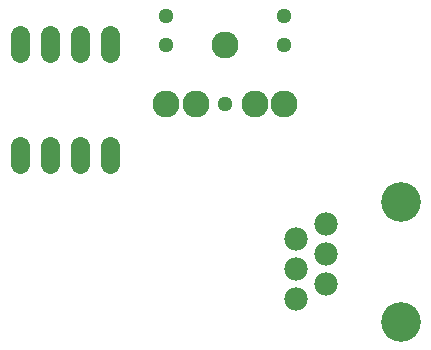
<source format=gbs>
G75*
G70*
%OFA0B0*%
%FSLAX24Y24*%
%IPPOS*%
%LPD*%
%AMOC8*
5,1,8,0,0,1.08239X$1,22.5*
%
%ADD10C,0.0640*%
%ADD11C,0.0900*%
%ADD12C,0.0512*%
%ADD13C,0.0780*%
%ADD14C,0.1320*%
D10*
X001334Y006435D02*
X001334Y007035D01*
X002334Y007035D02*
X002334Y006435D01*
X003334Y006435D02*
X003334Y007035D01*
X004334Y007035D02*
X004334Y006435D01*
X004334Y010116D02*
X004334Y010716D01*
X003334Y010716D02*
X003334Y010116D01*
X002334Y010116D02*
X002334Y010716D01*
X001334Y010716D02*
X001334Y010116D01*
D11*
X006211Y008411D03*
X007196Y008411D03*
X009164Y008411D03*
X010149Y008411D03*
X008180Y010380D03*
D12*
X010149Y010380D03*
X010149Y011364D03*
X008180Y008411D03*
X006211Y010380D03*
X006211Y011364D03*
D13*
X011550Y004414D03*
X010550Y003914D03*
X011550Y003414D03*
X010550Y002914D03*
X011550Y002414D03*
X010550Y001914D03*
D14*
X014050Y001164D03*
X014050Y005164D03*
M02*

</source>
